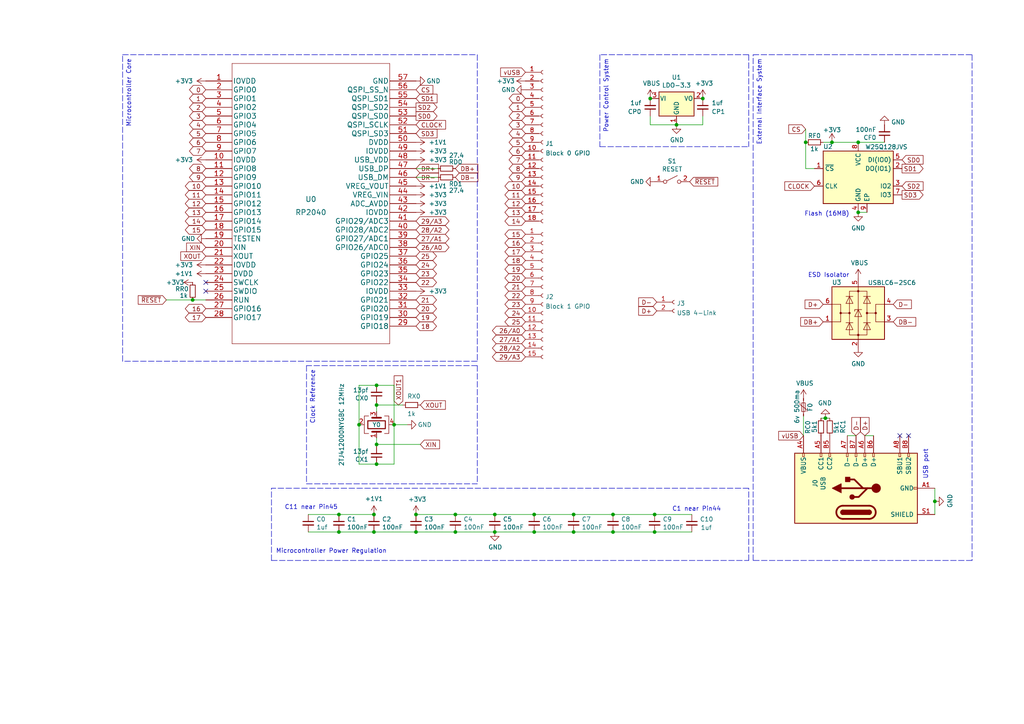
<source format=kicad_sch>
(kicad_sch (version 20211123) (generator eeschema)
  (paper "A4")
  (lib_symbols
    (symbol "+3V3_1" (power) (pin_names (offset 0))
      (property "Value" "+3V3_1" (at 0 3.556 0))
      (symbol "+3V3_1_1_1"
        (pin power_in line (at 0 0 90) (length 0) hide (name "+3V3") (number "1"))
      )
    )
    (symbol "Connector:Conn_01x02_Female" (pin_names (offset 1.016) hide)
      (property "Reference" "J" (at 0 2.54 0))
      (property "Value" "Conn_01x02_Female" (at 0 -5.08 0))
      (symbol "Conn_01x02_Female_1_1"
        (pin passive line (at -5.08 0 0) (length 3.81) (name "Pin_1") (number "1"))
        (pin passive line (at -5.08 -2.54 0) (length 3.81) (name "Pin_2") (number "2"))
      )
    )
    (symbol "Connector:Conn_01x15_Female" (pin_names (offset 1.016) hide)
      (property "Reference" "J" (at 0 20.32 0))
      (property "Value" "Conn_01x15_Female" (at 0 -20.32 0))
      (symbol "Conn_01x15_Female_1_1"
        (pin passive line (at -5.08 17.78 0) (length 3.81) (name "Pin_1") (number "1"))
        (pin passive line (at -5.08 -5.08 0) (length 3.81) (name "Pin_10") (number "10"))
        (pin passive line (at -5.08 -7.62 0) (length 3.81) (name "Pin_11") (number "11"))
        (pin passive line (at -5.08 -10.16 0) (length 3.81) (name "Pin_12") (number "12"))
        (pin passive line (at -5.08 -12.7 0) (length 3.81) (name "Pin_13") (number "13"))
        (pin passive line (at -5.08 -15.24 0) (length 3.81) (name "Pin_14") (number "14"))
        (pin passive line (at -5.08 -17.78 0) (length 3.81) (name "Pin_15") (number "15"))
        (pin passive line (at -5.08 15.24 0) (length 3.81) (name "Pin_2") (number "2"))
        (pin passive line (at -5.08 12.7 0) (length 3.81) (name "Pin_3") (number "3"))
        (pin passive line (at -5.08 10.16 0) (length 3.81) (name "Pin_4") (number "4"))
        (pin passive line (at -5.08 7.62 0) (length 3.81) (name "Pin_5") (number "5"))
        (pin passive line (at -5.08 5.08 0) (length 3.81) (name "Pin_6") (number "6"))
        (pin passive line (at -5.08 2.54 0) (length 3.81) (name "Pin_7") (number "7"))
        (pin passive line (at -5.08 0 0) (length 3.81) (name "Pin_8") (number "8"))
        (pin passive line (at -5.08 -2.54 0) (length 3.81) (name "Pin_9") (number "9"))
      )
    )
    (symbol "Connector:Conn_01x18_Female" (pin_names (offset 1.016) hide)
      (property "Reference" "J" (at 0 22.86 0))
      (property "Value" "Conn_01x18_Female" (at 0 -25.4 0))
      (symbol "Conn_01x18_Female_1_1"
        (pin passive line (at -5.08 20.32 0) (length 3.81) (name "Pin_1") (number "1"))
        (pin passive line (at -5.08 -2.54 0) (length 3.81) (name "Pin_10") (number "10"))
        (pin passive line (at -5.08 -5.08 0) (length 3.81) (name "Pin_11") (number "11"))
        (pin passive line (at -5.08 -7.62 0) (length 3.81) (name "Pin_12") (number "12"))
        (pin passive line (at -5.08 -10.16 0) (length 3.81) (name "Pin_13") (number "13"))
        (pin passive line (at -5.08 -12.7 0) (length 3.81) (name "Pin_14") (number "14"))
        (pin passive line (at -5.08 -15.24 0) (length 3.81) (name "Pin_15") (number "15"))
        (pin passive line (at -5.08 -17.78 0) (length 3.81) (name "Pin_16") (number "16"))
        (pin passive line (at -5.08 -20.32 0) (length 3.81) (name "Pin_17") (number "17"))
        (pin passive line (at -5.08 -22.86 0) (length 3.81) (name "Pin_18") (number "18"))
        (pin passive line (at -5.08 17.78 0) (length 3.81) (name "Pin_2") (number "2"))
        (pin passive line (at -5.08 15.24 0) (length 3.81) (name "Pin_3") (number "3"))
        (pin passive line (at -5.08 12.7 0) (length 3.81) (name "Pin_4") (number "4"))
        (pin passive line (at -5.08 10.16 0) (length 3.81) (name "Pin_5") (number "5"))
        (pin passive line (at -5.08 7.62 0) (length 3.81) (name "Pin_6") (number "6"))
        (pin passive line (at -5.08 5.08 0) (length 3.81) (name "Pin_7") (number "7"))
        (pin passive line (at -5.08 2.54 0) (length 3.81) (name "Pin_8") (number "8"))
        (pin passive line (at -5.08 0 0) (length 3.81) (name "Pin_9") (number "9"))
      )
    )
    (symbol "Device:C_Small" (pin_numbers hide) (pin_names (offset 0.254) hide)
      (property "Reference" "C" (at 0.254 1.778 0))
      (property "Value" "Device_C_Small" (at 0.254 -2.032 0))
      (symbol "C_Small_1_1"
        (pin passive line (at 0 2.54 270) (length 2.032) (name "~") (number "1"))
        (pin passive line (at 0 -2.54 90) (length 2.032) (name "~") (number "2"))
      )
    )
    (symbol "Device:Crystal_GND24" (pin_names (offset 1.016) hide)
      (property "Reference" "Y" (at 3.175 5.08 0))
      (property "Value" "Crystal_GND24" (at 3.175 3.175 0))
      (symbol "Crystal_GND24_1_1"
        (pin passive line (at -3.81 0 0) (length 1.27) (name "1") (number "1"))
        (pin passive line (at 0 5.08 270) (length 1.27) (name "2") (number "2"))
        (pin passive line (at 3.81 0 180) (length 1.27) (name "3") (number "3"))
        (pin passive line (at 0 -5.08 90) (length 1.27) (name "4") (number "4"))
      )
    )
    (symbol "Device:Polyfuse_Small" (pin_numbers hide) (pin_names (offset 0))
      (property "Reference" "F" (at -1.905 0 90))
      (property "Value" "Device_Polyfuse_Small" (at 1.905 0 90))
      (symbol "Polyfuse_Small_1_1"
        (pin passive line (at 0 2.54 270) (length 0.635) (name "~") (number "1"))
        (pin passive line (at 0 -2.54 90) (length 0.635) (name "~") (number "2"))
      )
    )
    (symbol "Device:R_Small" (pin_numbers hide) (pin_names (offset 0.254) hide)
      (property "Reference" "R" (at 0.762 0.508 0))
      (property "Value" "Device_R_Small" (at 0.762 -1.016 0))
      (symbol "R_Small_1_1"
        (pin passive line (at 0 2.54 270) (length 0.762) (name "~") (number "1"))
        (pin passive line (at 0 -2.54 90) (length 0.762) (name "~") (number "2"))
      )
    )
    (symbol "GND_1" (power) (pin_names (offset 0))
      (property "Value" "GND_1" (at 0 -3.81 0))
      (symbol "GND_1_1_1"
        (pin power_in line (at 0 0 270) (length 0) hide (name "GND") (number "1"))
      )
    )
    (symbol "HL-Mk2-rescue:USB_C_Receptacle_USB2.0-Connector" (pin_names (offset 1.016))
      (property "Reference" "J" (at -10.16 19.05 0))
      (property "Value" "USB_C_Receptacle_USB2.0-Connector" (at 19.05 19.05 0))
      (symbol "USB_C_Receptacle_USB2.0-Connector_1_1"
        (pin power_in line (at 0 -22.86 90) (length 5.08) (name "GND") (number "A1"))
        (pin passive line (at 0 -22.86 90) (length 5.08) hide (name "GND") (number "A12"))
        (pin power_in line (at 15.24 15.24 180) (length 5.08) (name "VBUS") (number "A4"))
        (pin bidirectional line (at 15.24 10.16 180) (length 5.08) (name "CC1") (number "A5"))
        (pin bidirectional line (at 15.24 -2.54 180) (length 5.08) (name "D+") (number "A6"))
        (pin bidirectional line (at 15.24 2.54 180) (length 5.08) (name "D-") (number "A7"))
        (pin bidirectional line (at 15.24 -12.7 180) (length 5.08) (name "SBU1") (number "A8"))
        (pin passive line (at 15.24 15.24 180) (length 5.08) hide (name "VBUS") (number "A9"))
        (pin passive line (at 0 -22.86 90) (length 5.08) hide (name "GND") (number "B1"))
        (pin passive line (at 0 -22.86 90) (length 5.08) hide (name "GND") (number "B12"))
        (pin passive line (at 15.24 15.24 180) (length 5.08) hide (name "VBUS") (number "B4"))
        (pin bidirectional line (at 15.24 7.62 180) (length 5.08) (name "CC2") (number "B5"))
        (pin bidirectional line (at 15.24 -5.08 180) (length 5.08) (name "D+") (number "B6"))
        (pin bidirectional line (at 15.24 0 180) (length 5.08) (name "D-") (number "B7"))
        (pin bidirectional line (at 15.24 -15.24 180) (length 5.08) (name "SBU2") (number "B8"))
        (pin passive line (at 15.24 15.24 180) (length 5.08) hide (name "VBUS") (number "B9"))
        (pin passive line (at -7.62 -22.86 90) (length 5.08) (name "SHIELD") (number "S1"))
      )
    )
    (symbol "Memory_Flash:W25Q32JVZP"
      (property "Reference" "U" (at -8.89 8.89 0))
      (property "Value" "W25Q32JVZP" (at 7.62 8.89 0))
      (symbol "W25Q32JVZP_1_1"
        (pin input line (at -12.7 2.54 0) (length 2.54) (name "~{CS}") (number "1"))
        (pin bidirectional line (at 12.7 2.54 180) (length 2.54) (name "DO(IO1)") (number "2"))
        (pin bidirectional line (at 12.7 -2.54 180) (length 2.54) (name "IO2") (number "3"))
        (pin power_in line (at 0 -10.16 90) (length 2.54) (name "GND") (number "4"))
        (pin bidirectional line (at 12.7 5.08 180) (length 2.54) (name "DI(IO0)") (number "5"))
        (pin input line (at -12.7 -2.54 0) (length 2.54) (name "CLK") (number "6"))
        (pin bidirectional line (at 12.7 -5.08 180) (length 2.54) (name "IO3") (number "7"))
        (pin power_in line (at 0 10.16 270) (length 2.54) (name "VCC") (number "8"))
        (pin passive line (at 2.54 -10.16 90) (length 2.54) (name "EP") (number "9"))
      )
    )
    (symbol "Power_Protection:USBLC6-2SC6" (pin_names hide)
      (property "Reference" "U" (at 2.54 8.89 0))
      (property "Value" "USBLC6-2SC6" (at 2.54 -8.89 0))
      (symbol "USBLC6-2SC6_1_1"
        (pin passive line (at -10.16 -2.54 0) (length 2.54) (name "I/O1") (number "1"))
        (pin passive line (at 0 -10.16 90) (length 2.54) (name "GND") (number "2"))
        (pin passive line (at 10.16 -2.54 180) (length 2.54) (name "I/O2") (number "3"))
        (pin passive line (at 10.16 2.54 180) (length 2.54) (name "I/O2") (number "4"))
        (pin passive line (at 0 10.16 270) (length 2.54) (name "VBUS") (number "5"))
        (pin passive line (at -10.16 2.54 0) (length 2.54) (name "I/O1") (number "6"))
      )
    )
    (symbol "RP2040:RP2040" (pin_names (offset 0.254))
      (property "Reference" "U" (at 30.48 10.16 0))
      (property "Value" "RP2040" (at 30.48 7.62 0))
      (symbol "RP2040_1_1"
        (pin power_in line (at 0 0 0) (length 7.62) (name "IOVDD") (number "1"))
        (pin power_in line (at 0 -22.86 0) (length 7.62) (name "IOVDD") (number "10"))
        (pin bidirectional line (at 0 -25.4 0) (length 7.62) (name "GPIO8") (number "11"))
        (pin bidirectional line (at 0 -27.94 0) (length 7.62) (name "GPIO9") (number "12"))
        (pin bidirectional line (at 0 -30.48 0) (length 7.62) (name "GPIO10") (number "13"))
        (pin bidirectional line (at 0 -33.02 0) (length 7.62) (name "GPIO11") (number "14"))
        (pin bidirectional line (at 0 -35.56 0) (length 7.62) (name "GPIO12") (number "15"))
        (pin bidirectional line (at 0 -38.1 0) (length 7.62) (name "GPIO13") (number "16"))
        (pin bidirectional line (at 0 -40.64 0) (length 7.62) (name "GPIO14") (number "17"))
        (pin bidirectional line (at 0 -43.18 0) (length 7.62) (name "GPIO15") (number "18"))
        (pin unspecified line (at 0 -45.72 0) (length 7.62) (name "TESTEN") (number "19"))
        (pin bidirectional line (at 0 -2.54 0) (length 7.62) (name "GPIO0") (number "2"))
        (pin unspecified line (at 0 -48.26 0) (length 7.62) (name "XIN") (number "20"))
        (pin output line (at 0 -50.8 0) (length 7.62) (name "XOUT") (number "21"))
        (pin power_in line (at 0 -53.34 0) (length 7.62) (name "IOVDD") (number "22"))
        (pin power_in line (at 0 -55.88 0) (length 7.62) (name "DVDD") (number "23"))
        (pin unspecified line (at 0 -58.42 0) (length 7.62) (name "SWCLK") (number "24"))
        (pin unspecified line (at 0 -60.96 0) (length 7.62) (name "SWDIO") (number "25"))
        (pin unspecified line (at 0 -63.5 0) (length 7.62) (name "RUN") (number "26"))
        (pin bidirectional line (at 0 -66.04 0) (length 7.62) (name "GPIO16") (number "27"))
        (pin bidirectional line (at 0 -68.58 0) (length 7.62) (name "GPIO17") (number "28"))
        (pin bidirectional line (at 60.96 -71.12 180) (length 7.62) (name "GPIO18") (number "29"))
        (pin bidirectional line (at 0 -5.08 0) (length 7.62) (name "GPIO1") (number "3"))
        (pin bidirectional line (at 60.96 -68.58 180) (length 7.62) (name "GPIO19") (number "30"))
        (pin bidirectional line (at 60.96 -66.04 180) (length 7.62) (name "GPIO20") (number "31"))
        (pin bidirectional line (at 60.96 -63.5 180) (length 7.62) (name "GPIO21") (number "32"))
        (pin power_in line (at 60.96 -60.96 180) (length 7.62) (name "IOVDD") (number "33"))
        (pin bidirectional line (at 60.96 -58.42 180) (length 7.62) (name "GPIO22") (number "34"))
        (pin bidirectional line (at 60.96 -55.88 180) (length 7.62) (name "GPIO23") (number "35"))
        (pin bidirectional line (at 60.96 -53.34 180) (length 7.62) (name "GPIO24") (number "36"))
        (pin bidirectional line (at 60.96 -50.8 180) (length 7.62) (name "GPIO25") (number "37"))
        (pin bidirectional line (at 60.96 -48.26 180) (length 7.62) (name "GPIO26/ADC0") (number "38"))
        (pin bidirectional line (at 60.96 -45.72 180) (length 7.62) (name "GPIO27/ADC1") (number "39"))
        (pin bidirectional line (at 0 -7.62 0) (length 7.62) (name "GPIO2") (number "4"))
        (pin bidirectional line (at 60.96 -43.18 180) (length 7.62) (name "GPIO28/ADC2") (number "40"))
        (pin bidirectional line (at 60.96 -40.64 180) (length 7.62) (name "GPIO29/ADC3") (number "41"))
        (pin power_in line (at 60.96 -38.1 180) (length 7.62) (name "IOVDD") (number "42"))
        (pin power_in line (at 60.96 -35.56 180) (length 7.62) (name "ADC_AVDD") (number "43"))
        (pin unspecified line (at 60.96 -33.02 180) (length 7.62) (name "VREG_VIN") (number "44"))
        (pin output line (at 60.96 -30.48 180) (length 7.62) (name "VREG_VOUT") (number "45"))
        (pin unspecified line (at 60.96 -27.94 180) (length 7.62) (name "USB_DM") (number "46"))
        (pin unspecified line (at 60.96 -25.4 180) (length 7.62) (name "USB_DP") (number "47"))
        (pin power_in line (at 60.96 -22.86 180) (length 7.62) (name "USB_VDD") (number "48"))
        (pin power_in line (at 60.96 -20.32 180) (length 7.62) (name "IOVDD") (number "49"))
        (pin bidirectional line (at 0 -10.16 0) (length 7.62) (name "GPIO3") (number "5"))
        (pin power_in line (at 60.96 -17.78 180) (length 7.62) (name "DVDD") (number "50"))
        (pin bidirectional line (at 60.96 -15.24 180) (length 7.62) (name "QSPI_SD3") (number "51"))
        (pin unspecified line (at 60.96 -12.7 180) (length 7.62) (name "QSPI_SCLK") (number "52"))
        (pin bidirectional line (at 60.96 -10.16 180) (length 7.62) (name "QSPI_SD0") (number "53"))
        (pin bidirectional line (at 60.96 -7.62 180) (length 7.62) (name "QSPI_SD2") (number "54"))
        (pin bidirectional line (at 60.96 -5.08 180) (length 7.62) (name "QSPI_SD1") (number "55"))
        (pin unspecified line (at 60.96 -2.54 180) (length 7.62) (name "QSPI_SS_N") (number "56"))
        (pin power_in line (at 60.96 0 180) (length 7.62) (name "GND") (number "57"))
        (pin bidirectional line (at 0 -12.7 0) (length 7.62) (name "GPIO4") (number "6"))
        (pin bidirectional line (at 0 -15.24 0) (length 7.62) (name "GPIO5") (number "7"))
        (pin bidirectional line (at 0 -17.78 0) (length 7.62) (name "GPIO6") (number "8"))
        (pin bidirectional line (at 0 -20.32 0) (length 7.62) (name "GPIO7") (number "9"))
      )
    )
    (symbol "Regulator_Linear:LD1117S33TR_SOT223" (pin_names (offset 0.254))
      (property "Reference" "U" (at -3.81 3.175 0))
      (property "Value" "Regulator_Linear_LD1117S33TR_SOT223" (at 0 3.175 0))
      (symbol "LD1117S33TR_SOT223_1_1"
        (pin power_in line (at 0 -7.62 90) (length 2.54) (name "GND") (number "1"))
        (pin power_out line (at 7.62 0 180) (length 2.54) (name "VO") (number "2"))
        (pin power_in line (at -7.62 0 0) (length 2.54) (name "VI") (number "3"))
      )
    )
    (symbol "Switch:SW_SPST" (pin_names (offset 0) hide)
      (property "Reference" "SW" (at 0 3.175 0))
      (property "Value" "Switch_SW_SPST" (at 0 -2.54 0))
      (symbol "SW_SPST_1_1"
        (pin passive line (at -5.08 0 0) (length 2.54) (name "A") (number "1"))
        (pin passive line (at 5.08 0 180) (length 2.54) (name "B") (number "2"))
      )
    )
    (symbol "power:+1V1" (power) (pin_names (offset 0))
      (property "Value" "+1V1" (at 0 3.556 0))
      (symbol "+1V1_1_1"
        (pin power_in line (at 0 0 90) (length 0) hide (name "+1V1") (number "1"))
      )
    )
    (symbol "power:+3V3" (power) (pin_names (offset 0))
      (property "Value" "power_+3V3" (at 0 3.556 0))
      (symbol "+3V3_1_1"
        (pin power_in line (at 0 0 90) (length 0) hide (name "+3V3") (number "1"))
      )
    )
    (symbol "power:GND" (power) (pin_names (offset 0))
      (property "Value" "power_GND" (at 0 -3.81 0))
      (symbol "GND_1_1"
        (pin power_in line (at 0 0 270) (length 0) hide (name "GND") (number "1"))
      )
    )
    (symbol "power:VBUS" (power) (pin_names (offset 0))
      (property "Value" "power_VBUS" (at 0 3.81 0))
      (symbol "VBUS_1_1"
        (pin power_in line (at 0 0 90) (length 0) hide (name "VBUS") (number "1"))
      )
    )
  )
  (junction (at 109.22 128.905))
  (junction (at 132.08 149.225))
  (junction (at 166.37 149.225))
  (junction (at 196.215 36.195))
  (junction (at 189.865 149.225))
  (junction (at 109.22 134.62))
  (junction (at 189.865 154.305))
  (junction (at 109.22 111.76))
  (junction (at 55.88 86.995))
  (junction (at 177.8 154.305))
  (junction (at 166.37 154.305))
  (junction (at 108.458 154.305))
  (junction (at 177.8 149.225))
  (junction (at 271.145 145.415))
  (junction (at 233.68 41.275))
  (junction (at 132.08 154.305))
  (junction (at 188.595 28.575))
  (junction (at 241.3 41.275))
  (junction (at 154.94 154.305))
  (junction (at 98.298 149.225))
  (junction (at 114.3 123.19))
  (junction (at 154.94 149.225))
  (junction (at 108.458 149.225))
  (junction (at 120.65 154.305))
  (junction (at 109.22 117.475))
  (junction (at 143.51 149.225))
  (junction (at 248.92 61.595))
  (junction (at 248.92 41.275))
  (junction (at 203.835 28.575))
  (junction (at 120.65 149.225))
  (junction (at 143.51 154.305))
  (junction (at 104.14 123.19))
  (junction (at 98.298 154.305))
  (junction (at 239.395 121.285))
  (no_connect (at 59.69 81.915))
  (no_connect (at 260.985 126.365))
  (no_connect (at 59.69 84.455))
  (no_connect (at 263.525 126.365))
  (wire (pts (xy 241.3 41.275) (xy 248.92 41.275)))
  (wire (pts (xy 114.3 111.76) (xy 114.3 123.19)))
  (wire (pts (xy 89.408 154.305) (xy 98.298 154.305)))
  (wire (pts (xy 143.51 154.305) (xy 132.08 154.305)))
  (wire (pts (xy 177.8 149.225) (xy 166.37 149.225)))
  (polyline (pts (xy 218.44 162.56) (xy 218.44 15.875)))
  (wire (pts (xy 240.665 121.285) (xy 239.395 121.285)))
  (polyline (pts (xy 88.9 106.045) (xy 88.9 140.335)))
  (wire (pts (xy 143.51 149.225) (xy 132.08 149.225)))
  (polyline (pts (xy 217.17 141.605) (xy 78.74 141.605)))
  (polyline (pts (xy 173.99 42.545) (xy 217.17 42.545)))
  (wire (pts (xy 104.14 134.62) (xy 104.14 123.19)))
  (wire (pts (xy 248.92 61.595) (xy 251.46 61.595)))
  (polyline (pts (xy 281.94 162.56) (xy 218.44 162.56)))
  (wire (pts (xy 109.22 111.76) (xy 114.3 111.76)))
  (wire (pts (xy 109.22 116.84) (xy 109.22 117.475)))
  (wire (pts (xy 109.22 134.62) (xy 104.14 134.62)))
  (wire (pts (xy 248.285 126.365) (xy 245.745 126.365)))
  (polyline (pts (xy 78.74 162.56) (xy 217.17 162.56)))
  (wire (pts (xy 233.045 120.65) (xy 233.045 126.365)))
  (wire (pts (xy 109.22 127) (xy 109.22 128.905)))
  (polyline (pts (xy 217.17 162.56) (xy 217.17 141.605)))
  (wire (pts (xy 48.26 86.995) (xy 55.88 86.995)))
  (polyline (pts (xy 35.56 15.875) (xy 138.43 15.875)))
  (polyline (pts (xy 78.74 162.56) (xy 78.74 141.605)))
  (wire (pts (xy 238.76 41.275) (xy 241.3 41.275)))
  (wire (pts (xy 271.145 149.225) (xy 271.145 145.415)))
  (wire (pts (xy 109.22 128.905) (xy 109.22 129.54)))
  (polyline (pts (xy 217.17 15.875) (xy 173.99 15.875)))
  (wire (pts (xy 271.145 145.415) (xy 271.145 141.605)))
  (wire (pts (xy 189.865 154.305) (xy 200.66 154.305)))
  (wire (pts (xy 189.865 149.225) (xy 200.66 149.225)))
  (polyline (pts (xy 281.94 15.875) (xy 281.94 162.56)))
  (polyline (pts (xy 173.99 15.875) (xy 173.99 42.545)))
  (wire (pts (xy 120.65 51.435) (xy 127 51.435)))
  (wire (pts (xy 132.08 149.225) (xy 120.65 149.225)))
  (wire (pts (xy 196.215 36.195) (xy 203.835 36.195)))
  (wire (pts (xy 132.08 154.305) (xy 120.65 154.305)))
  (polyline (pts (xy 218.44 15.875) (xy 281.94 15.875)))
  (polyline (pts (xy 88.9 140.335) (xy 138.43 140.335)))
  (polyline (pts (xy 217.17 15.875) (xy 217.17 42.545)))
  (polyline (pts (xy 138.43 106.045) (xy 138.43 140.335)))
  (wire (pts (xy 188.595 36.195) (xy 196.215 36.195)))
  (wire (pts (xy 89.408 149.225) (xy 98.298 149.225)))
  (wire (pts (xy 177.8 154.305) (xy 166.37 154.305)))
  (wire (pts (xy 108.458 154.305) (xy 120.65 154.305)))
  (wire (pts (xy 109.22 128.905) (xy 121.92 128.905)))
  (wire (pts (xy 233.68 37.465) (xy 233.68 41.275)))
  (polyline (pts (xy 35.56 104.775) (xy 35.56 15.875)))
  (wire (pts (xy 253.365 126.365) (xy 250.825 126.365)))
  (wire (pts (xy 177.8 154.305) (xy 189.865 154.305)))
  (wire (pts (xy 203.835 36.195) (xy 203.835 33.655)))
  (wire (pts (xy 166.37 154.305) (xy 154.94 154.305)))
  (wire (pts (xy 109.22 134.62) (xy 114.3 134.62)))
  (wire (pts (xy 239.395 121.285) (xy 238.125 121.285)))
  (wire (pts (xy 98.298 154.305) (xy 108.458 154.305)))
  (wire (pts (xy 114.3 123.19) (xy 118.11 123.19)))
  (wire (pts (xy 154.94 149.225) (xy 143.51 149.225)))
  (wire (pts (xy 154.94 154.305) (xy 143.51 154.305)))
  (wire (pts (xy 233.68 48.895) (xy 236.22 48.895)))
  (wire (pts (xy 233.68 41.275) (xy 233.68 48.895)))
  (wire (pts (xy 177.8 149.225) (xy 189.865 149.225)))
  (wire (pts (xy 98.298 149.225) (xy 108.458 149.225)))
  (polyline (pts (xy 138.43 15.875) (xy 138.43 104.775)))
  (wire (pts (xy 55.88 86.995) (xy 59.69 86.995)))
  (wire (pts (xy 166.37 149.225) (xy 154.94 149.225)))
  (wire (pts (xy 109.22 117.475) (xy 116.84 117.475)))
  (polyline (pts (xy 138.43 106.045) (xy 88.9 106.045)))
  (polyline (pts (xy 138.43 104.775) (xy 35.56 104.775)))
  (wire (pts (xy 248.92 41.275) (xy 256.54 41.275)))
  (wire (pts (xy 120.65 48.895) (xy 127 48.895)))
  (wire (pts (xy 188.595 33.655) (xy 188.595 36.195)))
  (wire (pts (xy 104.14 123.19) (xy 104.14 111.76)))
  (wire (pts (xy 114.3 134.62) (xy 114.3 123.19)))
  (wire (pts (xy 104.14 111.76) (xy 109.22 111.76)))
  (wire (pts (xy 109.22 117.475) (xy 109.22 119.38)))
  (text "ESD Isolator" (at 246.38 80.645 180) (effects (font (size 1.27 1.27)) (justify right bottom)))
  (text "Clock Reference" (at 91.44 107.315 270) (effects (font (size 1.27 1.27)) (justify right bottom)))
  (text "Microcontroller Core" (at 38.1 17.145 270) (effects (font (size 1.27 1.27)) (justify right bottom)))
  (text "Microcontroller Power Regulation" (at 80.01 160.655 0) (effects (font (size 1.27 1.27)) (justify left bottom)))
  (text "C1 near Pin44" (at 194.945 148.463 0) (effects (font (size 1.27 1.27)) (justify left bottom)))
  (text "Power Control System" (at 176.53 17.145 270) (effects (font (size 1.27 1.27)) (justify right bottom)))
  (text "External Interface System" (at 220.98 17.145 270) (effects (font (size 1.27 1.27)) (justify right bottom)))
  (text "USB port" (at 269.24 139.065 90) (effects (font (size 1.27 1.27)) (justify left bottom)))
  (text "C11 near Pin45" (at 82.55 147.955 0) (effects (font (size 1.27 1.27)) (justify left bottom)))
  (text "Flash (16MB)" (at 246.38 62.865 180) (effects (font (size 1.27 1.27)) (justify right bottom)))
  (global_label "7" (shape bidirectional) (at 152.4 46.355 180) (property "Intersheet References" "${INTERSHEET_REFS}" (effects hide)))
  (global_label "D+" (shape input) (at 250.825 126.365 90) (property "Intersheet References" "${INTERSHEET_REFS}" (effects hide)))
  (global_label "SD0" (shape output) (at 120.65 33.655 0) (property "Intersheet References" "${INTERSHEET_REFS}" (effects hide)))
  (global_label "DR+" (shape input) (at 120.65 48.895 0) (property "Intersheet References" "${INTERSHEET_REFS}" (effects hide)))
  (global_label "SD2" (shape input) (at 261.62 53.975 0) (property "Intersheet References" "${INTERSHEET_REFS}" (effects hide)))
  (global_label "XIN" (shape input) (at 59.69 71.755 180) (property "Intersheet References" "${INTERSHEET_REFS}" (effects hide)))
  (global_label "23" (shape bidirectional) (at 120.65 79.375 0) (property "Intersheet References" "${INTERSHEET_REFS}" (effects hide)))
  (global_label "20" (shape bidirectional) (at 152.4 80.645 180) (property "Intersheet References" "${INTERSHEET_REFS}" (effects hide)))
  (global_label "CS" (shape input) (at 233.68 37.465 180) (property "Intersheet References" "${INTERSHEET_REFS}" (effects hide)))
  (global_label "3" (shape bidirectional) (at 152.4 36.195 180) (property "Intersheet References" "${INTERSHEET_REFS}" (effects hide)))
  (global_label "14" (shape bidirectional) (at 152.4 64.135 180) (property "Intersheet References" "${INTERSHEET_REFS}" (effects hide)))
  (global_label "17" (shape bidirectional) (at 152.4 73.025 180) (property "Intersheet References" "${INTERSHEET_REFS}" (effects hide)))
  (global_label "3" (shape bidirectional) (at 59.69 33.655 180) (property "Intersheet References" "${INTERSHEET_REFS}" (effects hide)))
  (global_label "SD0" (shape input) (at 261.62 46.355 0) (property "Intersheet References" "${INTERSHEET_REFS}" (effects hide)))
  (global_label "SD2" (shape output) (at 120.65 31.115 0) (property "Intersheet References" "${INTERSHEET_REFS}" (effects hide)))
  (global_label "6" (shape bidirectional) (at 152.4 43.815 180) (property "Intersheet References" "${INTERSHEET_REFS}" (effects hide)))
  (global_label "27{slash}A1" (shape bidirectional) (at 152.4 98.425 180) (property "Intersheet References" "${INTERSHEET_REFS}" (effects hide)))
  (global_label "6" (shape bidirectional) (at 59.69 41.275 180) (property "Intersheet References" "${INTERSHEET_REFS}" (effects hide)))
  (global_label "24" (shape bidirectional) (at 152.4 90.805 180) (property "Intersheet References" "${INTERSHEET_REFS}" (effects hide)))
  (global_label "9" (shape bidirectional) (at 59.69 51.435 180) (property "Intersheet References" "${INTERSHEET_REFS}" (effects hide)))
  (global_label "DB+" (shape input) (at 132.08 48.895 0) (property "Intersheet References" "${INTERSHEET_REFS}" (effects hide)))
  (global_label "11" (shape bidirectional) (at 152.4 56.515 180) (property "Intersheet References" "${INTERSHEET_REFS}" (effects hide)))
  (global_label "26{slash}A0" (shape bidirectional) (at 152.4 95.885 180) (property "Intersheet References" "${INTERSHEET_REFS}" (effects hide)))
  (global_label "16" (shape bidirectional) (at 59.69 89.535 180) (property "Intersheet References" "${INTERSHEET_REFS}" (effects hide)))
  (global_label "0" (shape bidirectional) (at 59.69 26.035 180) (property "Intersheet References" "${INTERSHEET_REFS}" (effects hide)))
  (global_label "D+" (shape input) (at 238.76 88.265 180) (property "Intersheet References" "${INTERSHEET_REFS}" (effects hide)))
  (global_label "9" (shape bidirectional) (at 152.4 51.435 180) (property "Intersheet References" "${INTERSHEET_REFS}" (effects hide)))
  (global_label "CLOCK" (shape input) (at 120.65 36.195 0) (property "Intersheet References" "${INTERSHEET_REFS}" (effects hide)))
  (global_label "29{slash}A3" (shape bidirectional) (at 120.65 64.135 0) (property "Intersheet References" "${INTERSHEET_REFS}" (effects hide)))
  (global_label "1" (shape bidirectional) (at 59.69 28.575 180) (property "Intersheet References" "${INTERSHEET_REFS}" (effects hide)))
  (global_label "24" (shape bidirectional) (at 120.65 76.835 0) (property "Intersheet References" "${INTERSHEET_REFS}" (effects hide)))
  (global_label "2" (shape bidirectional) (at 152.4 33.655 180) (property "Intersheet References" "${INTERSHEET_REFS}" (effects hide)))
  (global_label "2" (shape bidirectional) (at 59.69 31.115 180) (property "Intersheet References" "${INTERSHEET_REFS}" (effects hide)))
  (global_label "D+" (shape input) (at 190.5 90.17 180) (property "Intersheet References" "${INTERSHEET_REFS}" (effects hide)))
  (global_label "10" (shape bidirectional) (at 152.4 53.975 180) (property "Intersheet References" "${INTERSHEET_REFS}" (effects hide)))
  (global_label "13" (shape bidirectional) (at 152.4 61.595 180) (property "Intersheet References" "${INTERSHEET_REFS}" (effects hide)))
  (global_label "14" (shape bidirectional) (at 59.69 64.135 180) (property "Intersheet References" "${INTERSHEET_REFS}" (effects hide)))
  (global_label "D-" (shape input) (at 259.08 88.265 0) (property "Intersheet References" "${INTERSHEET_REFS}" (effects hide)))
  (global_label "4" (shape bidirectional) (at 59.69 36.195 180) (property "Intersheet References" "${INTERSHEET_REFS}" (effects hide)))
  (global_label "DB-" (shape input) (at 259.08 93.345 0) (property "Intersheet References" "${INTERSHEET_REFS}" (effects hide)))
  (global_label "21" (shape bidirectional) (at 120.65 86.995 0) (property "Intersheet References" "${INTERSHEET_REFS}" (effects hide)))
  (global_label "15" (shape bidirectional) (at 152.4 67.945 180) (property "Intersheet References" "${INTERSHEET_REFS}" (effects hide)))
  (global_label "25" (shape bidirectional) (at 152.4 93.345 180) (property "Intersheet References" "${INTERSHEET_REFS}" (effects hide)))
  (global_label "XOUT" (shape input) (at 59.69 74.295 180) (property "Intersheet References" "${INTERSHEET_REFS}" (effects hide)))
  (global_label "16" (shape bidirectional) (at 152.4 70.485 180) (property "Intersheet References" "${INTERSHEET_REFS}" (effects hide)))
  (global_label "10" (shape bidirectional) (at 59.69 53.975 180) (property "Intersheet References" "${INTERSHEET_REFS}" (effects hide)))
  (global_label "5" (shape bidirectional) (at 152.4 41.275 180) (property "Intersheet References" "${INTERSHEET_REFS}" (effects hide)))
  (global_label "7" (shape bidirectional) (at 59.69 43.815 180) (property "Intersheet References" "${INTERSHEET_REFS}" (effects hide)))
  (global_label "8" (shape bidirectional) (at 59.69 48.895 180) (property "Intersheet References" "${INTERSHEET_REFS}" (effects hide)))
  (global_label "28{slash}A2" (shape bidirectional) (at 120.65 66.675 0) (property "Intersheet References" "${INTERSHEET_REFS}" (effects hide)))
  (global_label "DB-" (shape input) (at 132.08 51.435 0) (property "Intersheet References" "${INTERSHEET_REFS}" (effects hide)))
  (global_label "DB+" (shape input) (at 238.76 93.345 180) (property "Intersheet References" "${INTERSHEET_REFS}" (effects hide)))
  (global_label "18" (shape bidirectional) (at 152.4 75.565 180) (property "Intersheet References" "${INTERSHEET_REFS}" (effects hide)))
  (global_label "D-" (shape input) (at 248.285 126.365 90) (property "Intersheet References" "${INTERSHEET_REFS}" (effects hide)))
  (global_label "DR-" (shape input) (at 120.65 51.435 0) (property "Intersheet References" "${INTERSHEET_REFS}" (effects hide)))
  (global_label "20" (shape bidirectional) (at 120.65 89.535 0) (property "Intersheet References" "${INTERSHEET_REFS}" (effects hide)))
  (global_label "12" (shape bidirectional) (at 152.4 59.055 180) (property "Intersheet References" "${INTERSHEET_REFS}" (effects hide)))
  (global_label "8" (shape bidirectional) (at 152.4 48.895 180) (property "Intersheet References" "${INTERSHEET_REFS}" (effects hide)))
  (global_label "17" (shape bidirectional) (at 59.69 92.075 180) (property "Intersheet References" "${INTERSHEET_REFS}" (effects hide)))
  (global_label "22" (shape bidirectional) (at 152.4 85.725 180) (property "Intersheet References" "${INTERSHEET_REFS}" (effects hide)))
  (global_label "29{slash}A3" (shape bidirectional) (at 152.4 103.505 180) (property "Intersheet References" "${INTERSHEET_REFS}" (effects hide)))
  (global_label "26{slash}A0" (shape bidirectional) (at 120.65 71.755 0) (property "Intersheet References" "${INTERSHEET_REFS}" (effects hide)))
  (global_label "XIN" (shape input) (at 121.92 128.905 0) (property "Intersheet References" "${INTERSHEET_REFS}" (effects hide)))
  (global_label "11" (shape bidirectional) (at 59.69 56.515 180) (property "Intersheet References" "${INTERSHEET_REFS}" (effects hide)))
  (global_label "SD3" (shape input) (at 120.65 38.735 0) (property "Intersheet References" "${INTERSHEET_REFS}" (effects hide)))
  (global_label "vUSB" (shape input) (at 233.045 126.365 180) (property "Intersheet References" "${INTERSHEET_REFS}" (effects hide)))
  (global_label "19" (shape bidirectional) (at 120.65 92.075 0) (property "Intersheet References" "${INTERSHEET_REFS}" (effects hide)))
  (global_label "SD1" (shape input) (at 120.65 28.575 0) (property "Intersheet References" "${INTERSHEET_REFS}" (effects hide)))
  (global_label "19" (shape bidirectional) (at 152.4 78.105 180) (property "Intersheet References" "${INTERSHEET_REFS}" (effects hide)))
  (global_label "25" (shape bidirectional) (at 120.65 74.295 0) (property "Intersheet References" "${INTERSHEET_REFS}" (effects hide)))
  (global_label "SD1" (shape output) (at 261.62 48.895 0) (property "Intersheet References" "${INTERSHEET_REFS}" (effects hide)))
  (global_label "13" (shape bidirectional) (at 59.69 61.595 180) (property "Intersheet References" "${INTERSHEET_REFS}" (effects hide)))
  (global_label "15" (shape bidirectional) (at 59.69 66.675 180) (property "Intersheet References" "${INTERSHEET_REFS}" (effects hide)))
  (global_label "0" (shape bidirectional) (at 152.4 28.575 180) (property "Intersheet References" "${INTERSHEET_REFS}" (effects hide)))
  (global_label "18" (shape bidirectional) (at 120.65 94.615 0) (property "Intersheet References" "${INTERSHEET_REFS}" (effects hide)))
  (global_label "12" (shape bidirectional) (at 59.69 59.055 180) (property "Intersheet References" "${INTERSHEET_REFS}" (effects hide)))
  (global_label "SD3" (shape output) (at 261.62 56.515 0) (property "Intersheet References" "${INTERSHEET_REFS}" (effects hide)))
  (global_label "22" (shape bidirectional) (at 120.65 81.915 0) (property "Intersheet References" "${INTERSHEET_REFS}" (effects hide)))
  (global_label "23" (shape bidirectional) (at 152.4 88.265 180) (property "Intersheet References" "${INTERSHEET_REFS}" (effects hide)))
  (global_label "21" (shape bidirectional) (at 152.4 83.185 180) (property "Intersheet References" "${INTERSHEET_REFS}" (effects hide)))
  (global_label "4" (shape bidirectional) (at 152.4 38.735 180) (property "Intersheet References" "${INTERSHEET_REFS}" (effects hide)))
  (global_label "~{RESET}" (shape input) (at 200.025 52.705 0) (property "Intersheet References" "${INTERSHEET_REFS}" (effects hide)))
  (global_label "XOUT" (shape input) (at 121.92 117.475 0) (property "Intersheet References" "${INTERSHEET_REFS}" (effects hide)))
  (global_label "27{slash}A1" (shape bidirectional) (at 120.65 69.215 0) (property "Intersheet References" "${INTERSHEET_REFS}" (effects hide)))
  (global_label "~{RESET}" (shape input) (at 48.26 86.995 180) (property "Intersheet References" "${INTERSHEET_REFS}" (effects hide)))
  (global_label "D-" (shape input) (at 190.5 87.63 180) (property "Intersheet References" "${INTERSHEET_REFS}" (effects hide)))
  (global_label "XOUT1" (shape input) (at 115.57 117.475 90) (property "Intersheet References" "${INTERSHEET_REFS}" (effects hide)))
  (global_label "vUSB" (shape input) (at 152.4 20.955 180) (property "Intersheet References" "${INTERSHEET_REFS}" (effects hide)))
  (global_label "CLOCK" (shape input) (at 236.22 53.975 180) (property "Intersheet References" "${INTERSHEET_REFS}" (effects hide)))
  (global_label "CS" (shape input) (at 120.65 26.035 0) (property "Intersheet References" "${INTERSHEET_REFS}" (effects hide)))
  (global_label "5" (shape bidirectional) (at 59.69 38.735 180) (property "Intersheet References" "${INTERSHEET_REFS}" (effects hide)))
  (global_label "1" (shape bidirectional) (at 152.4 31.115 180) (property "Intersheet References" "${INTERSHEET_REFS}" (effects hide)))
  (global_label "28{slash}A2" (shape bidirectional) (at 152.4 100.965 180) (property "Intersheet References" "${INTERSHEET_REFS}" (effects hide)))
  (symbol (lib_id "Device:C_Small") (at 89.408 151.765 0) (unit 1)
    (property "Reference" "C0" (at 91.7448 150.5966 0) (effects (justify left)))
    (property "Value" "1uf" (at 91.7448 152.908 0) (effects (justify left)))
    (property "Footprint" "EDI:Passive_0402_1005Metric" (effects hide))
    (property "LCSC" "C52923" (effects hide))
  )
  (symbol (lib_id "power:+3V3") (at 152.4 23.495 90) (unit 1)
    (property "Reference" "#PWR0129" (effects hide))
    (property "Value" "+3V3" (at 146.685 23.495 90))
  )
  (symbol (lib_id "Device:C_Small") (at 120.65 151.765 0) (unit 1)
    (property "Reference" "C3" (at 122.9868 150.5966 0) (effects (justify left)))
    (property "Value" "100nF" (at 122.9868 152.908 0) (effects (justify left)))
    (property "Footprint" "EDI:Passive_0402_1005Metric" (effects hide))
    (property "LCSC" "C1525" (effects hide))
  )
  (symbol (lib_id "power:+3V3") (at 59.69 23.495 90) (unit 1)
    (property "Reference" "#PWR0104" (effects hide))
    (property "Value" "+3V3" (at 53.34 23.495 90))
  )
  (symbol (lib_id "Device:R_Small") (at 236.22 41.275 270) (unit 1)
    (property "Reference" "RF0" (at 234.315 39.37 90) (effects (justify left)))
    (property "Value" "1k" (at 234.95 43.18 90) (effects (justify left)))
    (property "Footprint" "EDI:Passive_0402_1005Metric" (effects hide))
    (property "LCSC" "C25905" (effects hide))
  )
  (symbol (lib_id "Device:C_Small") (at 143.51 151.765 0) (unit 1)
    (property "Reference" "C5" (at 145.8468 150.5966 0) (effects (justify left)))
    (property "Value" "100nF" (at 145.8468 152.908 0) (effects (justify left)))
    (property "Footprint" "EDI:Passive_0402_1005Metric" (effects hide))
    (property "LCSC" "C1525" (effects hide))
  )
  (symbol (lib_id "Device:C_Small") (at 132.08 151.765 0) (unit 1)
    (property "Reference" "C4" (at 134.4168 150.5966 0) (effects (justify left)))
    (property "Value" "100nF" (at 134.4168 152.908 0) (effects (justify left)))
    (property "Footprint" "EDI:Passive_0402_1005Metric" (effects hide))
    (property "LCSC" "C1525" (effects hide))
  )
  (symbol (lib_id "Device:C_Small") (at 166.37 151.765 0) (unit 1)
    (property "Reference" "C7" (at 168.7068 150.5966 0) (effects (justify left)))
    (property "Value" "100nF" (at 168.7068 152.908 0) (effects (justify left)))
    (property "Footprint" "EDI:Passive_0402_1005Metric" (effects hide))
    (property "LCSC" "C1525" (effects hide))
  )
  (symbol (lib_id "Device:C_Small") (at 200.66 151.765 0) (unit 1)
    (property "Reference" "C10" (at 202.9968 150.5966 0) (effects (justify left)))
    (property "Value" "1uf" (at 203.2 153.035 0) (effects (justify left)))
    (property "Footprint" "EDI:Passive_0402_1005Metric" (effects hide))
    (property "LCSC" "C52923" (effects hide))
  )
  (symbol (lib_id "Device:C_Small") (at 109.22 114.3 180) (unit 1)
    (property "Reference" "CX0" (at 106.8832 115.4684 0) (effects (justify left)))
    (property "Value" "13pf" (at 106.8832 113.157 0) (effects (justify left)))
    (property "Footprint" "EDI:Passive_0402_1005Metric" (effects hide))
    (property "LCSC" "C48936" (effects hide))
  )
  (symbol (lib_id "Device:Crystal_GND24") (at 109.22 123.19 90) (unit 1)
    (property "Reference" "Y0" (at 109.22 123.19 90))
    (property "Value" "2TJ412000NYGBC 12MHz" (at 99.06 123.19 0))
    (property "Footprint" "Crystal:Crystal_SMD_2520-4Pin_2.5x2.0mm" (effects hide))
    (property "LCSC" "C2149205" (effects hide))
  )
  (symbol (lib_id "RP2040:RP2040") (at 59.69 23.495 0) (unit 1)
    (property "Reference" "U0" (at 90.17 57.785 0) (effects (font (size 1.524 1.524))))
    (property "Value" "RP2040" (at 90.17 61.595 0) (effects (font (size 1.524 1.524))))
    (property "Footprint" "EDI:RP2040" (effects hide))
    (property "LCSC" "C2040" (effects hide))
  )
  (symbol (lib_id "Connector:Conn_01x02_Female") (at 195.58 87.63 0) (unit 1)
    (property "Reference" "J3" (at 196.2912 87.9915 0) (effects (justify left)))
    (property "Value" "USB 4-Link" (at 196.2912 90.7666 0) (effects (justify left)))
    (property "Footprint" "Connector_PinSocket_2.54mm:PinSocket_1x02_P2.54mm_Vertical" (effects hide))
  )
  (symbol (lib_id "Device:Polyfuse_Small") (at 233.045 118.11 180) (unit 1)
    (property "Reference" "F0" (at 234.95 116.84 90) (effects (justify left)))
    (property "Value" "6v 500ma" (at 231.14 113.03 90) (effects (justify left)))
    (property "Footprint" "Fuse:Fuse_0603_1608Metric" (effects hide))
    (property "LCSC" "C207011" (effects hide))
  )
  (symbol (lib_id "power:VBUS") (at 188.595 28.575 0) (unit 1)
    (property "Reference" "#PWR0126" (effects hide))
    (property "Value" "VBUS" (at 188.976 24.1808 0))
  )
  (symbol (lib_id "Device:C_Small") (at 177.8 151.765 0) (unit 1)
    (property "Reference" "C8" (at 180.1368 150.5966 0) (effects (justify left)))
    (property "Value" "100nF" (at 180.1368 152.908 0) (effects (justify left)))
    (property "Footprint" "EDI:Passive_0402_1005Metric" (effects hide))
    (property "LCSC" "C1525" (effects hide))
  )
  (symbol (lib_id "power:+3V3") (at 120.65 84.455 270) (unit 1)
    (property "Reference" "#PWR0117" (effects hide))
    (property "Value" "+3V3" (at 127 84.455 90))
  )
  (symbol (lib_id "Device:C_Small") (at 98.298 151.765 0) (unit 1)
    (property "Reference" "C1" (at 100.6348 150.5966 0) (effects (justify left)))
    (property "Value" "100nF" (at 100.6348 152.908 0) (effects (justify left)))
    (property "Footprint" "EDI:Passive_0402_1005Metric" (effects hide))
    (property "LCSC" "C1525" (effects hide))
  )
  (symbol (lib_id "power:+1V1") (at 108.458 149.225 0) (unit 1)
    (property "Reference" "#PWR0102" (effects hide))
    (property "Value" "+1V1" (at 108.458 144.6625 0))
  )
  (symbol (lib_id "power:GND") (at 239.395 121.285 180) (unit 1)
    (property "Reference" "#PWR0119" (effects hide))
    (property "Value" "GND" (at 239.268 116.8908 0))
  )
  (symbol (lib_id "power:+3V3") (at 120.65 43.815 270) (unit 1)
    (property "Reference" "#PWR0115" (effects hide))
    (property "Value" "+3V3" (at 127 43.815 90))
  )
  (symbol (lib_id "power:+3V3") (at 59.69 46.355 90) (unit 1)
    (property "Reference" "#PWR0103" (effects hide))
    (property "Value" "+3V3" (at 53.34 46.355 90))
  )
  (symbol (lib_id "power:GND") (at 189.865 52.705 270) (unit 1)
    (property "Reference" "#PWR0132" (effects hide))
    (property "Value" "GND" (at 184.785 52.705 90))
  )
  (symbol (lib_id "Device:R_Small") (at 129.54 51.435 270) (unit 1)
    (property "Reference" "RD1" (at 130.175 53.34 90) (effects (justify left)))
    (property "Value" "27.4" (at 130.175 55.245 90) (effects (justify left)))
    (property "Footprint" "EDI:Passive_0402_1005Metric" (effects hide))
    (property "LCSC" "C172043" (effects hide))
  )
  (symbol (lib_id "power:GND") (at 271.145 145.415 90) (unit 1)
    (property "Reference" "#PWR0124" (effects hide))
    (property "Value" "GND" (at 275.5392 145.288 0))
  )
  (symbol (lib_id "power:+3V3") (at 120.65 149.225 0) (unit 1)
    (property "Reference" "#PWR0130" (effects hide))
    (property "Value" "+3V3" (at 121.031 144.8308 0))
  )
  (symbol (lib_name "GND_1") (lib_id "power:GND") (at 248.92 61.595 0) (unit 1)
    (property "Reference" "#PWR0122" (effects hide))
    (property "Value" "GND" (at 248.92 66.1575 0))
  )
  (symbol (lib_id "Power_Protection:USBLC6-2SC6") (at 248.92 90.805 0) (unit 1)
    (property "Reference" "U3" (at 241.3 81.915 0) (effects (justify left)))
    (property "Value" "USBLC6-2SC6" (at 251.6887 81.9936 0) (effects (justify left)))
    (property "Footprint" "Package_TO_SOT_SMD:SOT-23-6" (effects hide))
    (property "Datasheet" "https://www.st.com/resource/en/datasheet/usblc6-2.pdf" (effects hide))
    (property "LCSC" "C2827654" (effects hide))
  )
  (symbol (lib_id "Device:R_Small") (at 129.54 48.895 270) (unit 1)
    (property "Reference" "RD0" (at 130.175 46.99 90) (effects (justify left)))
    (property "Value" "27.4" (at 130.175 45.085 90) (effects (justify left)))
    (property "Footprint" "EDI:Passive_0402_1005Metric" (effects hide))
    (property "LCSC" "C172043" (effects hide))
  )
  (symbol (lib_id "Memory_Flash:W25Q32JVZP") (at 248.92 51.435 0) (unit 1)
    (property "Reference" "U2" (at 238.76 42.545 0) (effects (justify left)))
    (property "Value" "W25Q128JVS" (at 250.9394 42.6236 0) (effects (justify left)))
    (property "Footprint" "Package_SON:WSON-8-1EP_6x5mm_P1.27mm_EP3.4x4.3mm" (effects hide))
    (property "Datasheet" "http://www.winbond.com/resource-files/w25q32jv%20revg%2003272018%20plus.pdf" (effects hide))
    (property "LCSC" "C190862" (effects hide))
  )
  (symbol (lib_id "Device:C_Small") (at 154.94 151.765 0) (unit 1)
    (property "Reference" "C6" (at 157.2768 150.5966 0) (effects (justify left)))
    (property "Value" "100nF" (at 157.2768 152.908 0) (effects (justify left)))
    (property "Footprint" "EDI:Passive_0402_1005Metric" (effects hide))
    (property "LCSC" "C1525" (effects hide))
  )
  (symbol (lib_id "Regulator_Linear:LD1117S33TR_SOT223") (at 196.215 28.575 0) (unit 1)
    (property "Reference" "U1" (at 196.215 22.4282 0))
    (property "Value" "LDO-3.3" (at 196.215 24.7396 0))
    (property "Footprint" "Package_TO_SOT_SMD:SOT-23" (effects hide))
    (property "Datasheet" "http://www.st.com/st-web-ui/static/active/en/resource/technical/document/datasheet/CD00000544.pdf" (effects hide))
    (property "LCSC" "C83932" (effects hide))
  )
  (symbol (lib_id "power:+3V3") (at 120.65 56.515 270) (unit 1)
    (property "Reference" "#PWR0113" (effects hide))
    (property "Value" "+3V3" (at 127 56.515 90))
  )
  (symbol (lib_id "power:+3V3") (at 120.65 46.355 270) (unit 1)
    (property "Reference" "#PWR0110" (effects hide))
    (property "Value" "+3V3" (at 127 46.355 90))
  )
  (symbol (lib_id "power:+1V1") (at 59.69 79.375 90) (unit 1)
    (property "Reference" "#PWR0107" (effects hide))
    (property "Value" "+1V1" (at 53.34 79.375 90))
  )
  (symbol (lib_id "power:+3V3") (at 59.69 76.835 90) (unit 1)
    (property "Reference" "#PWR0108" (effects hide))
    (property "Value" "+3V3" (at 53.34 76.835 90))
  )
  (symbol (lib_id "power:+3V3") (at 120.65 59.055 270) (unit 1)
    (property "Reference" "#PWR0114" (effects hide))
    (property "Value" "+3V3" (at 127 59.055 90))
  )
  (symbol (lib_id "power:+3V3") (at 55.88 81.915 90) (unit 1)
    (property "Reference" "#PWR0105" (effects hide))
    (property "Value" "+3V3" (at 50.8 81.915 90))
  )
  (symbol (lib_id "Device:C_Small") (at 203.835 31.115 0) (unit 1)
    (property "Reference" "CP1" (at 206.375 32.385 0) (effects (justify left)))
    (property "Value" "1uf" (at 206.375 29.845 0) (effects (justify left)))
    (property "Footprint" "EDI:Passive_0402_1005Metric" (effects hide))
    (property "LCSC" "C52923" (effects hide))
  )
  (symbol (lib_id "Device:R_Small") (at 238.125 123.825 180) (unit 1)
    (property "Reference" "RC0" (at 234.315 121.92 90) (effects (justify left)))
    (property "Value" "5k1" (at 236.22 121.92 90) (effects (justify left)))
    (property "Footprint" "EDI:Passive_0402_1005Metric" (effects hide))
    (property "LCSC" "C25905" (effects hide))
  )
  (symbol (lib_id "Device:R_Small") (at 240.665 123.825 0) (unit 1)
    (property "Reference" "RC1" (at 244.475 125.73 90) (effects (justify left)))
    (property "Value" "5k1" (at 242.57 125.73 90) (effects (justify left)))
    (property "Footprint" "EDI:Passive_0402_1005Metric" (effects hide))
    (property "LCSC" "C25905" (effects hide))
  )
  (symbol (lib_id "power:VBUS") (at 248.92 80.645 0) (unit 1)
    (property "Reference" "#PWR0121" (effects hide))
    (property "Value" "VBUS" (at 249.301 76.2508 0))
  )
  (symbol (lib_id "power:GND") (at 59.69 69.215 270) (unit 1)
    (property "Reference" "#PWR0106" (effects hide))
    (property "Value" "GND" (at 54.61 69.215 90))
  )
  (symbol (lib_id "power:GND") (at 143.51 154.305 0) (unit 1)
    (property "Reference" "#PWR0131" (effects hide))
    (property "Value" "GND" (at 143.637 158.6992 0))
  )
  (symbol (lib_id "power:GND") (at 196.215 36.195 0) (unit 1)
    (property "Reference" "#PWR0127" (effects hide))
    (property "Value" "GND" (at 196.342 40.5892 0))
  )
  (symbol (lib_id "power:+3V3") (at 120.65 61.595 270) (unit 1)
    (property "Reference" "#PWR0112" (effects hide))
    (property "Value" "+3V3" (at 127 61.595 90))
  )
  (symbol (lib_id "Device:C_Small") (at 256.54 38.735 180) (unit 1)
    (property "Reference" "CF0" (at 254.2032 39.9034 0) (effects (justify left)))
    (property "Value" "100nF" (at 254.2032 37.592 0) (effects (justify left)))
    (property "Footprint" "EDI:Passive_0402_1005Metric" (effects hide))
    (property "LCSC" "C1525" (effects hide))
  )
  (symbol (lib_id "power:+1V1") (at 120.65 41.275 270) (unit 1)
    (property "Reference" "#PWR0109" (effects hide))
    (property "Value" "+1V1" (at 127 41.275 90))
  )
  (symbol (lib_id "Connector:Conn_01x18_Female") (at 157.48 41.275 0) (unit 1)
    (property "Reference" "J1" (at 158.1912 41.6365 0) (effects (justify left)))
    (property "Value" "Block 0 GPIO" (at 158.1912 44.4116 0) (effects (justify left)))
    (property "Footprint" "EDI:CastellatedEdges-18" (effects hide))
  )
  (symbol (lib_name "+3V3_1") (lib_id "power:+3V3") (at 241.3 41.275 0) (unit 1)
    (property "Reference" "#PWR0125" (effects hide))
    (property "Value" "+3V3" (at 241.3 37.6705 0))
  )
  (symbol (lib_id "Switch:SW_SPST") (at 194.945 52.705 0) (unit 1)
    (property "Reference" "S1" (at 194.945 46.736 0))
    (property "Value" "RESET" (at 194.945 49.0474 0))
    (property "Footprint" "Button_Switch_SMD:SW_SPST_B3U-1000P" (effects hide))
    (property "LCSC" "C231329" (effects hide))
  )
  (symbol (lib_id "Connector:Conn_01x15_Female") (at 157.48 85.725 0) (unit 1)
    (property "Reference" "J2" (at 158.1912 86.0865 0) (effects (justify left)))
    (property "Value" "Block 1 GPIO" (at 158.1912 88.8616 0) (effects (justify left)))
    (property "Footprint" "EDI:CastellatedEdges-15" (effects hide))
  )
  (symbol (lib_id "HL-Mk2-rescue:USB_C_Receptacle_USB2.0-Connector") (at 248.285 141.605 90) (unit 1)
    (property "Reference" "J0" (at 236.4232 140.208 0))
    (property "Value" "USB" (at 238.7346 140.208 0))
    (property "Footprint" "Connector_USB:USB_C_Receptacle_HRO_TYPE-C-31-M-12" (effects hide))
    (property "LCSC" "C167321" (effects hide))
  )
  (symbol (lib_id "Device:C_Small") (at 109.22 132.08 180) (unit 1)
    (property "Reference" "CX1" (at 106.8832 133.2484 0) (effects (justify left)))
    (property "Value" "13pf" (at 106.8832 130.937 0) (effects (justify left)))
    (property "Footprint" "EDI:Passive_0402_1005Metric" (effects hide))
    (property "LCSC" "C48936" (effects hide))
  )
  (symbol (lib_name "GND_1") (lib_id "power:GND") (at 256.54 36.195 180) (unit 1)
    (property "Reference" "#PWR0123" (effects hide))
    (property "Value" "GND" (at 258.445 35.404 0) (effects (justify right)))
  )
  (symbol (lib_id "power:+1V1") (at 120.65 53.975 270) (unit 1)
    (property "Reference" "#PWR0111" (effects hide))
    (property "Value" "+1V1" (at 127 53.975 90))
  )
  (symbol (lib_id "Device:C_Small") (at 188.595 31.115 180) (unit 1)
    (property "Reference" "CP0" (at 186.055 32.385 0) (effects (justify left)))
    (property "Value" "1uf" (at 186.055 29.845 0) (effects (justify left)))
    (property "Footprint" "EDI:Passive_0402_1005Metric" (effects hide))
    (property "LCSC" "C52923" (effects hide))
  )
  (symbol (lib_name "GND_1") (lib_id "power:GND") (at 248.92 100.965 0) (unit 1)
    (property "Reference" "#PWR0120" (effects hide))
    (property "Value" "GND" (at 248.92 105.5275 0))
  )
  (symbol (lib_id "Device:R_Small") (at 55.88 84.455 0) (unit 1)
    (property "Reference" "RR0" (at 50.8 83.82 0) (effects (justify left)))
    (property "Value" "1k" (at 52.07 85.725 0) (effects (justify left)))
    (property "Footprint" "EDI:Passive_0402_1005Metric" (effects hide))
    (property "LCSC" "C25905" (effects hide))
  )
  (symbol (lib_id "Device:R_Small") (at 119.38 117.475 270) (unit 1)
    (property "Reference" "RX0" (at 118.11 114.935 90) (effects (justify left)))
    (property "Value" "1k" (at 118.11 120.015 90) (effects (justify left)))
    (property "Footprint" "EDI:Passive_0402_1005Metric" (effects hide))
    (property "LCSC" "C25905" (effects hide))
  )
  (symbol (lib_id "power:GND") (at 120.65 23.495 90) (unit 1)
    (property "Reference" "#PWR0116" (effects hide))
    (property "Value" "GND" (at 125.73 23.495 90))
  )
  (symbol (lib_id "Device:C_Small") (at 108.458 151.765 0) (unit 1)
    (property "Reference" "C2" (at 110.7948 150.5966 0) (effects (justify left)))
    (property "Value" "100nF" (at 110.7948 152.908 0) (effects (justify left)))
    (property "Footprint" "EDI:Passive_0402_1005Metric" (effects hide))
    (property "LCSC" "C1525" (effects hide))
  )
  (symbol (lib_id "power:GND") (at 118.11 123.19 90) (unit 1)
    (property "Reference" "#PWR0101" (effects hide))
    (property "Value" "GND" (at 123.19 123.19 90))
  )
  (symbol (lib_name "GND_1") (lib_id "power:GND") (at 152.4 26.035 270) (unit 1)
    (property "Reference" "#PWR0133" (effects hide))
    (property "Value" "GND" (at 145.415 26.035 90) (effects (justify left)))
  )
  (symbol (lib_id "power:+3V3") (at 203.835 28.575 0) (unit 1)
    (property "Reference" "#PWR0128" (effects hide))
    (property "Value" "+3V3" (at 204.216 24.1808 0))
  )
  (symbol (lib_id "power:VBUS") (at 233.045 115.57 0) (unit 1)
    (property "Reference" "#PWR0118" (effects hide))
    (property "Value" "VBUS" (at 233.426 111.1758 0))
  )
  (symbol (lib_id "Device:C_Small") (at 189.865 151.765 0) (unit 1)
    (property "Reference" "C9" (at 192.2018 150.5966 0) (effects (justify left)))
    (property "Value" "100nF" (at 192.2018 152.908 0) (effects (justify left)))
    (property "Footprint" "EDI:Passive_0402_1005Metric" (effects hide))
    (property "LCSC" "C1525" (effects hide))
  )
)
</source>
